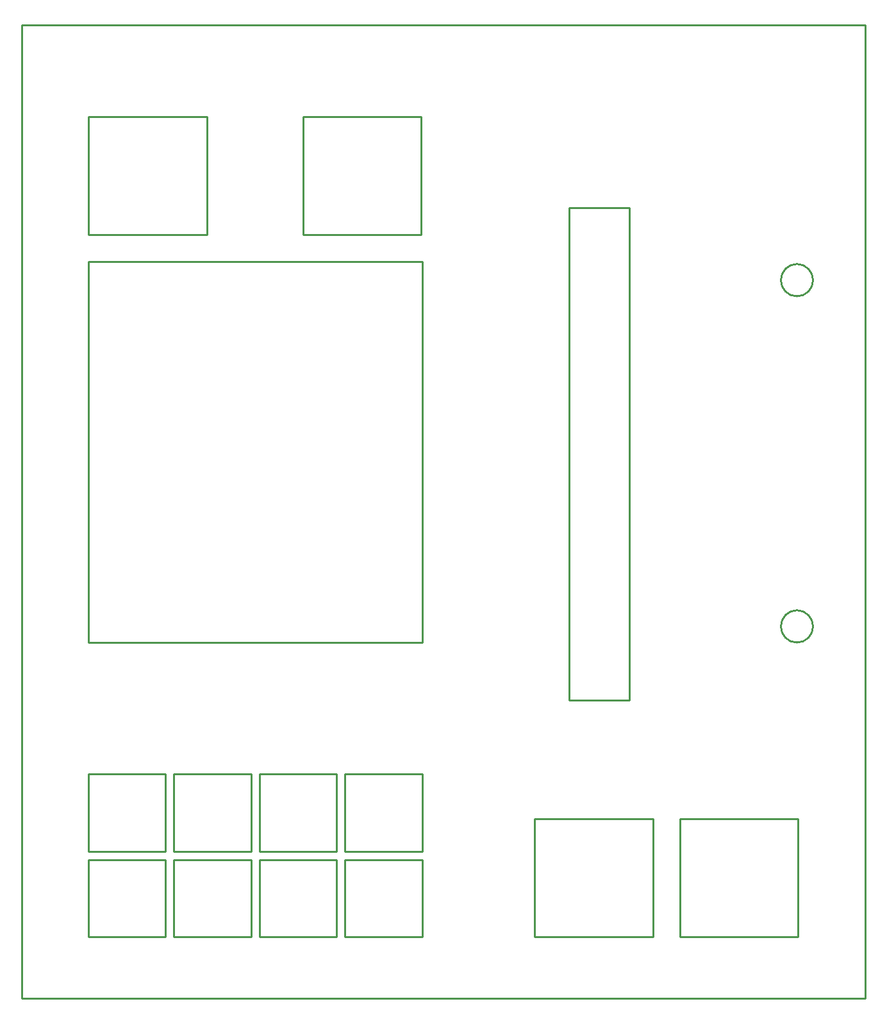
<source format=gko>
G04 Layer: BoardOutlineLayer*
G04 EasyEDA v6.5.29, 2023-07-16 15:11:24*
G04 67781e16ba424d80afd487f8c688e69f,5a6b42c53f6a479593ecc07194224c93,10*
G04 Gerber Generator version 0.2*
G04 Scale: 100 percent, Rotated: No, Reflected: No *
G04 Dimensions in millimeters *
G04 leading zeros omitted , absolute positions ,4 integer and 5 decimal *
%FSLAX45Y45*%
%MOMM*%

%ADD10C,0.2540*%
D10*
X0Y12852400D02*
G01*
X11137900Y12852400D01*
X11137900Y0D01*
X0Y0D01*
X0Y12852400D01*
X7225106Y10439400D02*
G01*
X7225106Y3939400D01*
X7225106Y3939400D02*
G01*
X8025109Y3939400D01*
X8025109Y3939400D02*
G01*
X8025109Y10439400D01*
X8025109Y10439400D02*
G01*
X7225106Y10439400D01*
X3709598Y11645900D02*
G01*
X3709598Y10083800D01*
X3709598Y10083800D02*
G01*
X5271698Y10083800D01*
X5271698Y10083800D02*
G01*
X5271698Y11645900D01*
X5271698Y11645900D02*
G01*
X3709598Y11645900D01*
X877501Y11645900D02*
G01*
X877501Y10083800D01*
X877501Y10083800D02*
G01*
X2439598Y10083800D01*
X2439598Y10083800D02*
G01*
X2439598Y11645900D01*
X2439598Y11645900D02*
G01*
X877501Y11645900D01*
X877501Y9728200D02*
G01*
X877501Y4699000D01*
X877501Y4699000D02*
G01*
X5284398Y4699000D01*
X5284398Y4699000D02*
G01*
X5284398Y9728200D01*
X5284398Y9728200D02*
G01*
X877501Y9728200D01*
G75*
G01*
X10023508Y4914900D02*
G02*
X10448905Y4914900I212698J735D01*
G75*
G01*
X10448905Y4914900D02*
G02*
X10023508Y4914900I-212699J-735D01*
X10023508Y4914900D02*
G01*
X10023508Y4914900D01*
G75*
G01*
X10023508Y9486900D02*
G02*
X10448905Y9486900I212698J735D01*
G75*
G01*
X10448905Y9486900D02*
G02*
X10023508Y9486900I-212699J-735D01*
X10023508Y9486900D02*
G01*
X10023508Y9486900D01*
X6770298Y2374900D02*
G01*
X6770298Y812800D01*
X6770298Y812800D02*
G01*
X8332398Y812800D01*
X8332398Y812800D02*
G01*
X8332398Y2374900D01*
X8332398Y2374900D02*
G01*
X6770298Y2374900D01*
X1893501Y1943100D02*
G01*
X1893501Y2963100D01*
X1893501Y2963100D02*
G01*
X873500Y2963100D01*
X873500Y2963100D02*
G01*
X873500Y1943100D01*
X873500Y1943100D02*
G01*
X1893501Y1943100D01*
X1893501Y812800D02*
G01*
X1893501Y1832800D01*
X1893501Y1832800D02*
G01*
X873500Y1832800D01*
X873500Y1832800D02*
G01*
X873500Y812800D01*
X873500Y812800D02*
G01*
X1893501Y812800D01*
X5284398Y1943100D02*
G01*
X5284398Y2963100D01*
X5284398Y2963100D02*
G01*
X4264398Y2963100D01*
X4264398Y2963100D02*
G01*
X4264398Y1943100D01*
X4264398Y1943100D02*
G01*
X5284398Y1943100D01*
X3023798Y1943100D02*
G01*
X3023798Y2963100D01*
X3023798Y2963100D02*
G01*
X2003798Y2963100D01*
X2003798Y2963100D02*
G01*
X2003798Y1943100D01*
X2003798Y1943100D02*
G01*
X3023798Y1943100D01*
X4154098Y1943100D02*
G01*
X4154098Y2963100D01*
X4154098Y2963100D02*
G01*
X3134098Y2963100D01*
X3134098Y2963100D02*
G01*
X3134098Y1943100D01*
X3134098Y1943100D02*
G01*
X4154098Y1943100D01*
X3023798Y812800D02*
G01*
X3023798Y1832800D01*
X3023798Y1832800D02*
G01*
X2003798Y1832800D01*
X2003798Y1832800D02*
G01*
X2003798Y812800D01*
X2003798Y812800D02*
G01*
X3023798Y812800D01*
X4154098Y812800D02*
G01*
X4154098Y1832800D01*
X4154098Y1832800D02*
G01*
X3134098Y1832800D01*
X3134098Y1832800D02*
G01*
X3134098Y812800D01*
X3134098Y812800D02*
G01*
X4154098Y812800D01*
X5284398Y812800D02*
G01*
X5284398Y1832800D01*
X5284398Y1832800D02*
G01*
X4264398Y1832800D01*
X4264398Y1832800D02*
G01*
X4264398Y812800D01*
X4264398Y812800D02*
G01*
X5284398Y812800D01*
X8687998Y2374900D02*
G01*
X8687998Y812800D01*
X8687998Y812800D02*
G01*
X10250098Y812800D01*
X10250098Y812800D02*
G01*
X10250098Y2374900D01*
X10250098Y2374900D02*
G01*
X8687998Y2374900D01*

%LPD*%
M02*

</source>
